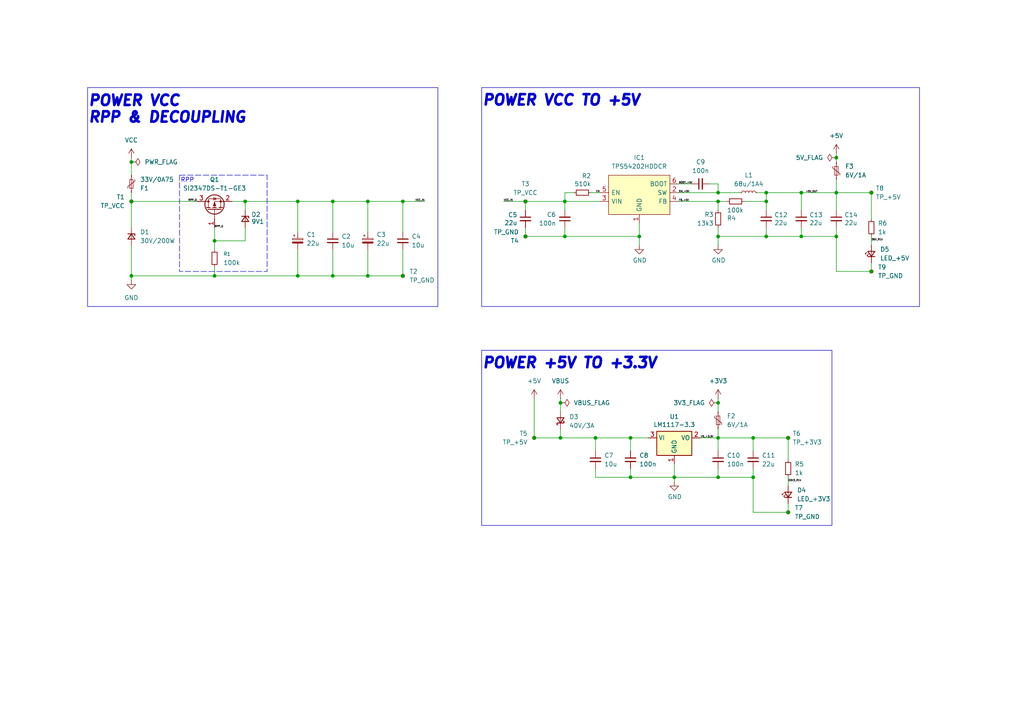
<source format=kicad_sch>
(kicad_sch (version 20250114) (generator "eeschema") (generator_version "9.0")
  (paper "A4")
  (title_block (company "Author: Grzegorz Potocki"))
  (lib_symbols
    (symbol "+5V_1" (power) (pin_numbers (hide yes)) (pin_names (offset 0) (hide yes))
      (property "Value" "+5V" (at 0 3.556 0))
      (symbol "+5V_1_0_1"
        (polyline (pts (xy -0.762 1.27) (xy 0 2.54)))
        (polyline (pts (xy 0 2.54) (xy 0.762 1.27)))
        (polyline (pts (xy 0 0) (xy 0 2.54)))
      )
      (symbol "+5V_1_1_1"
        (pin power_in line (at 0 0 90) (length 0) (name "~") (number "1"))
      )
    )
    (symbol "Connector:TestPoint_Small" (pin_numbers (hide yes)) (pin_names (offset 0.762) (hide yes))
      (property "Reference" "TP" (at 0 3.81 0))
      (property "Value" "TestPoint_Small" (at 0 2.032 0))
      (symbol "TestPoint_Small_0_1"
        (circle (center 0 0) (radius 0.508))
      )
      (symbol "TestPoint_Small_1_1"
        (pin passive line (at 0 0 90) (length 0) (name "1") (number "1"))
      )
    )
    (symbol "Device:C_Polarized_Small" (pin_numbers (hide yes)) (pin_names (offset 0.254) (hide yes))
      (property "Reference" "C" (at 0.254 1.778 0))
      (property "Value" "C_Polarized_Small" (at 0.254 -2.032 0))
      (symbol "C_Polarized_Small_0_1"
        (rectangle (start -1.524 0.6858) (end 1.524 0.3048))
        (rectangle (start -1.524 -0.3048) (end 1.524 -0.6858) (fill (type outline)))
        (polyline (pts (xy -1.27 1.524) (xy -0.762 1.524)))
        (polyline (pts (xy -1.016 1.27) (xy -1.016 1.778)))
      )
      (symbol "C_Polarized_Small_1_1"
        (pin passive line (at 0 2.54 270) (length 1.8542) (name "~") (number "1"))
        (pin passive line (at 0 -2.54 90) (length 1.8542) (name "~") (number "2"))
      )
    )
    (symbol "Device:C_Small" (pin_numbers (hide yes)) (pin_names (offset 0.254) (hide yes))
      (property "Reference" "C" (at 0.254 1.778 0))
      (property "Value" "C_Small" (at 0.254 -2.032 0))
      (symbol "C_Small_0_1"
        (polyline (pts (xy -1.524 0.508) (xy 1.524 0.508)) (stroke (width 0.3048)))
        (polyline (pts (xy -1.524 -0.508) (xy 1.524 -0.508)) (stroke (width 0.3302)))
      )
      (symbol "C_Small_1_1"
        (pin passive line (at 0 2.54 270) (length 2.032) (name "~") (number "1"))
        (pin passive line (at 0 -2.54 90) (length 2.032) (name "~") (number "2"))
      )
    )
    (symbol "Device:D_Schottky_Small" (pin_numbers (hide yes)) (pin_names (offset 0.254) (hide yes))
      (property "Reference" "D" (at -1.27 2.032 0))
      (property "Value" "D_Schottky_Small" (at -7.112 -2.032 0))
      (symbol "D_Schottky_Small_0_1"
        (polyline (pts (xy -1.27 0.762) (xy -1.27 1.016) (xy -0.762 1.016) (xy -0.762 -1.016) (xy -0.254 -1.016) (xy -0.254 -0.762)) (stroke (width 0.254)))
        (polyline (pts (xy -0.762 0) (xy 0.762 0)))
        (polyline (pts (xy 0.762 -1.016) (xy -0.762 0) (xy 0.762 1.016) (xy 0.762 -1.016)) (stroke (width 0.254)))
      )
      (symbol "D_Schottky_Small_1_1"
        (pin passive line (at -2.54 0 0) (length 1.778) (name "K") (number "1"))
        (pin passive line (at 2.54 0 180) (length 1.778) (name "A") (number "2"))
      )
    )
    (symbol "Device:D_Zener_Small" (pin_numbers (hide yes)) (pin_names (offset 0.254) (hide yes))
      (property "Reference" "D" (at 0 2.286 0))
      (property "Value" "D_Zener_Small" (at 0 -2.286 0))
      (symbol "D_Zener_Small_0_1"
        (polyline (pts (xy -0.254 1.016) (xy -0.762 1.016) (xy -0.762 -1.016)) (stroke (width 0.254)))
        (polyline (pts (xy 0.762 1.016) (xy -0.762 0) (xy 0.762 -1.016) (xy 0.762 1.016)) (stroke (width 0.254)))
        (polyline (pts (xy 0.762 0) (xy -0.762 0)))
      )
      (symbol "D_Zener_Small_1_1"
        (pin passive line (at -2.54 0 0) (length 1.778) (name "K") (number "1"))
        (pin passive line (at 2.54 0 180) (length 1.778) (name "A") (number "2"))
      )
    )
    (symbol "Device:LED_Small" (pin_numbers (hide yes)) (pin_names (offset 0.254) (hide yes))
      (property "Reference" "D" (at -1.27 3.175 0))
      (property "Value" "LED_Small" (at -4.445 -2.54 0))
      (symbol "LED_Small_0_1"
        (polyline (pts (xy -0.762 -1.016) (xy -0.762 1.016)) (stroke (width 0.254)))
        (polyline (pts (xy 0 0.762) (xy -0.508 1.27) (xy -0.254 1.27) (xy -0.508 1.27) (xy -0.508 1.016)))
        (polyline (pts (xy 0.508 1.27) (xy 0 1.778) (xy 0.254 1.778) (xy 0 1.778) (xy 0 1.524)))
        (polyline (pts (xy 0.762 -1.016) (xy -0.762 0) (xy 0.762 1.016) (xy 0.762 -1.016)) (stroke (width 0.254)))
        (polyline (pts (xy 1.016 0) (xy -0.762 0)))
      )
      (symbol "LED_Small_1_1"
        (pin passive line (at -2.54 0 0) (length 1.778) (name "K") (number "1"))
        (pin passive line (at 2.54 0 180) (length 1.778) (name "A") (number "2"))
      )
    )
    (symbol "Device:Polyfuse_Small" (pin_numbers (hide yes)) (pin_names (offset 0))
      (property "Reference" "F" (at -1.905 0 90))
      (property "Value" "Polyfuse_Small" (at 1.905 0 90))
      (symbol "Polyfuse_Small_0_1"
        (polyline (pts (xy -1.016 1.27) (xy -1.016 0.762) (xy 1.016 -0.762) (xy 1.016 -1.27)))
        (rectangle (start -0.508 1.27) (end 0.508 -1.27))
        (polyline (pts (xy 0 2.54) (xy 0 -2.54)))
      )
      (symbol "Polyfuse_Small_1_1"
        (pin passive line (at 0 2.54 270) (length 0.635) (name "~") (number "1"))
        (pin passive line (at 0 -2.54 90) (length 0.635) (name "~") (number "2"))
      )
    )
    (symbol "Device:R_Small" (pin_numbers (hide yes)) (pin_names (offset 0.254) (hide yes))
      (property "Reference" "R" (at 0 0 90))
      (property "Value" "R_Small" (at 1.778 0 90))
      (symbol "R_Small_0_1"
        (rectangle (start -0.762 1.778) (end 0.762 -1.778) (stroke (width 0.2032)))
      )
      (symbol "R_Small_1_1"
        (pin passive line (at 0 2.54 270) (length 0.762) (name "~") (number "1"))
        (pin passive line (at 0 -2.54 90) (length 0.762) (name "~") (number "2"))
      )
    )
    (symbol "R_Small_1" (pin_numbers (hide yes)) (pin_names (offset 0.254) (hide yes))
      (property "Reference" "R" (at 0 0 90))
      (property "Value" "R_Small" (at 1.778 0 90))
      (symbol "R_Small_1_0_1"
        (rectangle (start -0.762 1.778) (end 0.762 -1.778) (stroke (width 0.2032)))
      )
      (symbol "R_Small_1_1_1"
        (pin passive line (at 0 2.54 270) (length 0.762) (name "~") (number "1"))
        (pin passive line (at 0 -2.54 90) (length 0.762) (name "~") (number "2"))
      )
    )
    (symbol "Regulator_Linear:LM1117MP-3.3"
      (property "Reference" "U" (at -3.81 3.175 0))
      (property "Value" "LM1117MP-3.3" (at 0 3.175 0))
      (symbol "LM1117MP-3.3_0_1"
        (rectangle (start -5.08 -5.08) (end 5.08 1.905) (stroke (width 0.254)) (fill (type background)))
      )
      (symbol "LM1117MP-3.3_1_1"
        (pin power_in line (at -7.62 0 0) (length 2.54) (name "VI") (number "3"))
        (pin power_in line (at 0 -7.62 90) (length 2.54) (name "GND") (number "1"))
        (pin power_out line (at 7.62 0 180) (length 2.54) (name "VO") (number "2"))
      )
    )
    (symbol "SamacsysNew:TPS54202HDDCR" (pin_names (offset 0.762))
      (property "Reference" "IC" (at 24.13 7.62 0))
      (property "Value" "TPS54202HDDCR" (at 24.13 5.08 0))
      (symbol "TPS54202HDDCR_0_0"
        (pin passive line (at -13.97 0 0) (length 2.54) (name "EN") (number "5"))
        (pin passive line (at -13.97 -2.54 0) (length 2.54) (name "VIN") (number "3"))
        (pin passive line (at 8.89 2.54 180) (length 2.54) (name "BOOT") (number "6"))
        (pin passive line (at 8.89 0 180) (length 2.54) (name "SW") (number "2"))
        (pin passive line (at 8.89 -2.54 180) (length 2.54) (name "FB") (number "4"))
      )
      (symbol "TPS54202HDDCR_1_0"
        (pin passive line (at -2.54 -8.89 90) (length 2.54) (name "GND") (number "1"))
      )
      (symbol "TPS54202HDDCR_1_1"
        (polyline (pts (xy -11.43 5.08) (xy 6.35 5.08) (xy 6.35 -6.35) (xy -11.43 -6.35) (xy -11.43 5.08)) (stroke (width 0.1524)) (fill (type background)))
      )
    )
    (symbol "Samacsys_kicad_sym:SRR4028-271Y" (pin_numbers (hide yes)) (pin_names (offset 0) (hide yes))
      (property "Reference" "L" (at 0 5.08 0))
      (property "Value" "270uF" (at 0 2.54 0))
      (symbol "SRR4028-271Y_0_1"
        (arc (start -2.032 0) (mid -1.524 0.5058) (end -1.016 0))
        (arc (start -1.016 0) (mid -0.508 0.5058) (end 0 0))
        (arc (start 0 0) (mid 0.508 0.5058) (end 1.016 0))
        (arc (start 1.016 0) (mid 1.524 0.5058) (end 2.032 0))
      )
      (symbol "SRR4028-271Y_1_1"
        (pin passive line (at -2.54 0 0) (length 0.508) (name "~") (number "1"))
        (pin passive line (at 2.54 0 180) (length 0.508) (name "~") (number "2"))
      )
    )
    (symbol "Transistor_FET:Q_PMOS_GSD" (pin_names (offset 0) (hide yes))
      (property "Reference" "Q" (at 5.08 1.905 0))
      (property "Value" "Q_PMOS_GSD" (at 5.08 0 0))
      (symbol "Q_PMOS_GSD_0_1"
        (polyline (pts (xy 0.254 1.905) (xy 0.254 -1.905)) (stroke (width 0.254)))
        (polyline (pts (xy 0.254 0) (xy -2.54 0)))
        (polyline (pts (xy 0.762 2.286) (xy 0.762 1.27)) (stroke (width 0.254)))
        (polyline (pts (xy 0.762 1.778) (xy 3.302 1.778) (xy 3.302 -1.778) (xy 0.762 -1.778)))
        (polyline (pts (xy 0.762 0.508) (xy 0.762 -0.508)) (stroke (width 0.254)))
        (polyline (pts (xy 0.762 -1.27) (xy 0.762 -2.286)) (stroke (width 0.254)))
        (circle (center 1.651 0) (radius 2.794) (stroke (width 0.254)))
        (polyline (pts (xy 2.286 0) (xy 1.27 0.381) (xy 1.27 -0.381) (xy 2.286 0)) (fill (type outline)))
        (polyline (pts (xy 2.54 2.54) (xy 2.54 1.778)))
        (circle (center 2.54 1.778) (radius 0.254) (fill (type outline)))
        (circle (center 2.54 -1.778) (radius 0.254) (fill (type outline)))
        (polyline (pts (xy 2.54 -2.54) (xy 2.54 0) (xy 0.762 0)))
        (polyline (pts (xy 2.921 -0.381) (xy 3.683 -0.381)))
        (polyline (pts (xy 3.302 -0.381) (xy 2.921 0.254) (xy 3.683 0.254) (xy 3.302 -0.381)))
      )
      (symbol "Q_PMOS_GSD_1_1"
        (pin input line (at -5.08 0 0) (length 2.54) (name "G") (number "1"))
        (pin passive line (at 2.54 5.08 270) (length 2.54) (name "D") (number "3"))
        (pin passive line (at 2.54 -5.08 90) (length 2.54) (name "S") (number "2"))
      )
    )
    (symbol "power:+3V3" (power) (pin_numbers (hide yes)) (pin_names (offset 0) (hide yes))
      (property "Value" "+3V3" (at 0 3.556 0))
      (symbol "+3V3_0_1"
        (polyline (pts (xy -0.762 1.27) (xy 0 2.54)))
        (polyline (pts (xy 0 2.54) (xy 0.762 1.27)))
        (polyline (pts (xy 0 0) (xy 0 2.54)))
      )
      (symbol "+3V3_1_1"
        (pin power_in line (at 0 0 90) (length 0) (name "~") (number "1"))
      )
    )
    (symbol "power:GND" (power) (pin_numbers (hide yes)) (pin_names (offset 0) (hide yes))
      (property "Value" "GND" (at 0 -3.81 0))
      (symbol "GND_0_1"
        (polyline (pts (xy 0 0) (xy 0 -1.27) (xy 1.27 -1.27) (xy 0 -2.54) (xy -1.27 -1.27) (xy 0 -1.27)))
      )
      (symbol "GND_1_1"
        (pin power_in line (at 0 0 270) (length 0) (name "~") (number "1"))
      )
    )
    (symbol "power:PWR_FLAG" (power) (pin_numbers (hide yes)) (pin_names (offset 0) (hide yes))
      (property "Value" "PWR_FLAG" (at 0 3.81 0))
      (symbol "PWR_FLAG_0_0"
        (pin power_out line (at 0 0 90) (length 0) (name "~") (number "1"))
      )
      (symbol "PWR_FLAG_0_1"
        (polyline (pts (xy 0 0) (xy 0 1.27) (xy -1.016 1.905) (xy 0 2.54) (xy 1.016 1.905) (xy 0 1.27)))
      )
    )
    (symbol "power:VBUS" (power) (pin_numbers (hide yes)) (pin_names (offset 0) (hide yes))
      (property "Value" "VBUS" (at 0 3.556 0))
      (symbol "VBUS_0_1"
        (polyline (pts (xy -0.762 1.27) (xy 0 2.54)))
        (polyline (pts (xy 0 2.54) (xy 0.762 1.27)))
        (polyline (pts (xy 0 0) (xy 0 2.54)))
      )
      (symbol "VBUS_1_1"
        (pin power_in line (at 0 0 90) (length 0) (name "~") (number "1"))
      )
    )
    (symbol "power:VCC" (power) (pin_numbers (hide yes)) (pin_names (offset 0) (hide yes))
      (property "Value" "VCC" (at 0 3.556 0))
      (symbol "VCC_0_1"
        (polyline (pts (xy -0.762 1.27) (xy 0 2.54)))
        (polyline (pts (xy 0 2.54) (xy 0.762 1.27)))
        (polyline (pts (xy 0 0) (xy 0 2.54)))
      )
      (symbol "VCC_1_1"
        (pin power_in line (at 0 0 90) (length 0) (name "~") (number "1"))
      )
    )
  )
  (rectangle (start 52.07 50.8) (end 77.47 78.74) (stroke (width 0) (type dash)))
  (rectangle (start 25.4 25.4) (end 127 88.9))
  (rectangle (start 139.7 101.6) (end 241.3 152.4))
  (rectangle (start 139.7 25.4) (end 266.7 88.9))
  (text "POWER VCC TO +5V" (at 139.7 29.21 0) (effects (font (size 3 3) (thickness 2) (bold yes) (italic yes)) (justify left)))
  (text "RPP" (at 54.356 52.324 0) (effects (font (size 1.27 1.27))))
  (text "POWER VCC\nRPP & DECOUPLING" (at 25.4 31.75 0) (effects (font (size 3 3) (thickness 2) (bold yes) (italic yes)) (justify left)))
  (text "POWER +5V TO +3.3V" (at 139.7 105.41 0) (effects (font (size 3 3) (thickness 2) (bold yes) (italic yes)) (justify left)))
  (junction (at 185.42 68.58))
  (junction (at 222.25 55.88))
  (junction (at 218.44 127))
  (junction (at 242.57 68.58))
  (junction (at 154.94 127))
  (junction (at 162.56 127))
  (junction (at 208.28 68.58))
  (junction (at 38.1 80.01))
  (junction (at 86.36 58.42))
  (junction (at 38.1 46.99))
  (junction (at 242.57 45.72))
  (junction (at 228.6 148.59))
  (junction (at 232.41 68.58))
  (junction (at 163.83 58.42))
  (junction (at 172.72 127))
  (junction (at 208.28 58.42))
  (junction (at 242.57 55.88))
  (junction (at 106.68 58.42))
  (junction (at 232.41 55.88))
  (junction (at 152.4 68.58))
  (junction (at 182.88 138.43))
  (junction (at 228.6 127))
  (junction (at 208.28 116.84))
  (junction (at 96.52 58.42))
  (junction (at 71.12 58.42))
  (junction (at 252.73 55.88))
  (junction (at 38.1 58.42))
  (junction (at 208.28 127))
  (junction (at 208.28 55.88))
  (junction (at 116.84 58.42))
  (junction (at 62.23 69.85))
  (junction (at 222.25 58.42))
  (junction (at 162.56 116.84))
  (junction (at 252.73 78.74))
  (junction (at 152.4 58.42))
  (junction (at 182.88 127))
  (junction (at 62.23 80.01))
  (junction (at 218.44 138.43))
  (junction (at 222.25 68.58))
  (junction (at 163.83 68.58))
  (junction (at 195.58 138.43))
  (junction (at 116.84 80.01))
  (junction (at 86.36 80.01))
  (junction (at 106.68 80.01))
  (junction (at 208.28 138.43))
  (junction (at 96.52 80.01))
  (wire (pts (xy 242.57 66.04) (xy 242.57 68.58)))
  (wire (pts (xy 163.83 58.42) (xy 163.83 60.96)))
  (wire (pts (xy 185.42 64.77) (xy 185.42 68.58)))
  (wire (pts (xy 162.56 124.46) (xy 162.56 127)))
  (wire (pts (xy 228.6 138.43) (xy 228.6 140.97)))
  (wire (pts (xy 182.88 127) (xy 182.88 130.81)))
  (wire (pts (xy 106.68 58.42) (xy 106.68 67.31)))
  (wire (pts (xy 208.28 138.43) (xy 218.44 138.43)))
  (wire (pts (xy 205.74 53.34) (xy 208.28 53.34)))
  (wire (pts (xy 252.73 76.2) (xy 252.73 78.74)))
  (wire (pts (xy 242.57 55.88) (xy 242.57 52.07)))
  (wire (pts (xy 67.31 58.42) (xy 71.12 58.42)))
  (wire (pts (xy 86.36 58.42) (xy 86.36 67.31)))
  (wire (pts (xy 154.94 127) (xy 162.56 127)))
  (wire (pts (xy 172.72 135.89) (xy 172.72 138.43)))
  (wire (pts (xy 182.88 138.43) (xy 195.58 138.43)))
  (wire (pts (xy 62.23 66.04) (xy 62.23 69.85)))
  (wire (pts (xy 218.44 135.89) (xy 218.44 138.43)))
  (wire (pts (xy 38.1 71.12) (xy 38.1 80.01)))
  (wire (pts (xy 106.68 72.39) (xy 106.68 80.01)))
  (wire (pts (xy 242.57 68.58) (xy 242.57 78.74)))
  (wire (pts (xy 252.73 68.58) (xy 252.73 71.12)))
  (wire (pts (xy 218.44 127) (xy 228.6 127)))
  (wire (pts (xy 215.9 58.42) (xy 222.25 58.42)))
  (wire (pts (xy 195.58 138.43) (xy 208.28 138.43)))
  (wire (pts (xy 71.12 58.42) (xy 86.36 58.42)))
  (wire (pts (xy 38.1 80.01) (xy 62.23 80.01)))
  (wire (pts (xy 71.12 60.96) (xy 71.12 58.42)))
  (wire (pts (xy 162.56 115.57) (xy 162.56 116.84)))
  (wire (pts (xy 182.88 135.89) (xy 182.88 138.43)))
  (wire (pts (xy 232.41 66.04) (xy 232.41 68.58)))
  (wire (pts (xy 218.44 138.43) (xy 218.44 148.59)))
  (wire (pts (xy 152.4 58.42) (xy 152.4 60.96)))
  (wire (pts (xy 172.72 138.43) (xy 182.88 138.43)))
  (wire (pts (xy 166.37 55.88) (xy 163.83 55.88)))
  (wire (pts (xy 242.57 55.88) (xy 242.57 60.96)))
  (wire (pts (xy 163.83 55.88) (xy 163.83 58.42)))
  (wire (pts (xy 252.73 55.88) (xy 252.73 63.5)))
  (wire (pts (xy 163.83 68.58) (xy 163.83 66.04)))
  (wire (pts (xy 162.56 127) (xy 172.72 127)))
  (wire (pts (xy 208.28 116.84) (xy 208.28 119.38)))
  (wire (pts (xy 208.28 55.88) (xy 214.63 55.88)))
  (wire (pts (xy 71.12 66.04) (xy 71.12 69.85)))
  (wire (pts (xy 96.52 72.39) (xy 96.52 80.01)))
  (wire (pts (xy 232.41 55.88) (xy 232.41 60.96)))
  (wire (pts (xy 208.28 127) (xy 218.44 127)))
  (wire (pts (xy 152.4 68.58) (xy 163.83 68.58)))
  (wire (pts (xy 208.28 124.46) (xy 208.28 127)))
  (wire (pts (xy 208.28 68.58) (xy 208.28 71.12)))
  (wire (pts (xy 62.23 80.01) (xy 86.36 80.01)))
  (wire (pts (xy 106.68 80.01) (xy 116.84 80.01)))
  (wire (pts (xy 242.57 55.88) (xy 232.41 55.88)))
  (wire (pts (xy 208.28 68.58) (xy 208.28 66.04)))
  (wire (pts (xy 146.05 58.42) (xy 152.4 58.42)))
  (wire (pts (xy 116.84 58.42) (xy 123.19 58.42)))
  (wire (pts (xy 86.36 80.01) (xy 96.52 80.01)))
  (wire (pts (xy 222.25 66.04) (xy 222.25 68.58)))
  (wire (pts (xy 62.23 80.01) (xy 62.23 77.47)))
  (wire (pts (xy 242.57 78.74) (xy 252.73 78.74)))
  (wire (pts (xy 171.45 55.88) (xy 173.99 55.88)))
  (wire (pts (xy 116.84 80.01) (xy 116.84 72.39)))
  (wire (pts (xy 86.36 72.39) (xy 86.36 80.01)))
  (wire (pts (xy 218.44 127) (xy 218.44 130.81)))
  (wire (pts (xy 208.28 135.89) (xy 208.28 138.43)))
  (wire (pts (xy 38.1 81.28) (xy 38.1 80.01)))
  (wire (pts (xy 252.73 55.88) (xy 242.57 55.88)))
  (wire (pts (xy 228.6 146.05) (xy 228.6 148.59)))
  (wire (pts (xy 182.88 127) (xy 187.96 127)))
  (wire (pts (xy 222.25 68.58) (xy 208.28 68.58)))
  (wire (pts (xy 106.68 58.42) (xy 116.84 58.42)))
  (wire (pts (xy 210.82 58.42) (xy 208.28 58.42)))
  (wire (pts (xy 152.4 66.04) (xy 152.4 68.58)))
  (wire (pts (xy 38.1 58.42) (xy 38.1 66.04)))
  (wire (pts (xy 196.85 55.88) (xy 208.28 55.88)))
  (wire (pts (xy 62.23 69.85) (xy 71.12 69.85)))
  (wire (pts (xy 242.57 68.58) (xy 232.41 68.58)))
  (wire (pts (xy 232.41 55.88) (xy 222.25 55.88)))
  (wire (pts (xy 96.52 58.42) (xy 106.68 58.42)))
  (wire (pts (xy 196.85 58.42) (xy 208.28 58.42)))
  (wire (pts (xy 196.85 53.34) (xy 200.66 53.34)))
  (wire (pts (xy 222.25 58.42) (xy 222.25 60.96)))
  (wire (pts (xy 86.36 58.42) (xy 96.52 58.42)))
  (wire (pts (xy 163.83 58.42) (xy 173.99 58.42)))
  (wire (pts (xy 195.58 134.62) (xy 195.58 138.43)))
  (wire (pts (xy 185.42 68.58) (xy 163.83 68.58)))
  (wire (pts (xy 62.23 69.85) (xy 62.23 72.39)))
  (wire (pts (xy 185.42 68.58) (xy 185.42 71.12)))
  (wire (pts (xy 172.72 127) (xy 172.72 130.81)))
  (wire (pts (xy 163.83 58.42) (xy 152.4 58.42)))
  (wire (pts (xy 203.2 127) (xy 208.28 127)))
  (wire (pts (xy 96.52 58.42) (xy 96.52 67.31)))
  (wire (pts (xy 208.28 115.57) (xy 208.28 116.84)))
  (wire (pts (xy 228.6 127) (xy 228.6 133.35)))
  (wire (pts (xy 232.41 68.58) (xy 222.25 68.58)))
  (wire (pts (xy 222.25 55.88) (xy 222.25 58.42)))
  (wire (pts (xy 38.1 46.99) (xy 38.1 50.8)))
  (wire (pts (xy 242.57 45.72) (xy 242.57 44.45)))
  (wire (pts (xy 208.28 58.42) (xy 208.28 60.96)))
  (wire (pts (xy 154.94 115.57) (xy 154.94 127)))
  (wire (pts (xy 38.1 55.88) (xy 38.1 58.42)))
  (wire (pts (xy 208.28 55.88) (xy 208.28 53.34)))
  (wire (pts (xy 38.1 45.72) (xy 38.1 46.99)))
  (wire (pts (xy 96.52 80.01) (xy 106.68 80.01)))
  (wire (pts (xy 222.25 55.88) (xy 219.71 55.88)))
  (wire (pts (xy 172.72 127) (xy 182.88 127)))
  (wire (pts (xy 162.56 116.84) (xy 162.56 119.38)))
  (wire (pts (xy 208.28 127) (xy 208.28 130.81)))
  (wire (pts (xy 195.58 138.43) (xy 195.58 139.7)))
  (wire (pts (xy 242.57 46.99) (xy 242.57 45.72)))
  (wire (pts (xy 116.84 58.42) (xy 116.84 67.31)))
  (wire (pts (xy 218.44 148.59) (xy 228.6 148.59)))
  (wire (pts (xy 38.1 58.42) (xy 57.15 58.42)))
  (label "FB_+5V" (at 196.85 58.42 0) (effects (font (size 0.508 0.508))))
  (label "VCC_IN" (at 146.05 58.42 0) (effects (font (size 0.508 0.508))))
  (label "VCC_IN" (at 123.19 58.42 180) (effects (font (size 0.508 0.508))))
  (label "RPP_D" (at 57.15 58.42 180) (effects (font (size 0.508 0.508))))
  (label "SW_+5V" (at 196.85 55.88 0) (effects (font (size 0.508 0.508))))
  (label "D3V3_R1k" (at 228.6 139.7 0) (effects (font (size 0.508 0.508))))
  (label "+5V_OUT" (at 233.68 55.88 0) (effects (font (size 0.5 0.5))))
  (label "VO_+3.3V" (at 203.2 127 0) (effects (font (size 0.508 0.508))))
  (label "D5V_R1k" (at 252.73 69.85 0) (effects (font (size 0.508 0.508))))
  (label "RPP_G" (at 62.23 66.04 0) (effects (font (size 0.508 0.508))))
  (label "EN" (at 173.99 55.88 180) (effects (font (size 0.508 0.508))))
  (label "BOOT_+5V" (at 196.85 53.34 0) (effects (font (size 0.508 0.508))))
  (symbol (lib_id "Device:C_Small") (at 96.52 69.85 0) (unit 1)
    (property "Reference" "C2" (at 99.06 68.5862 0) (effects (justify left)))
    (property "Value" "10u" (at 99.06 71.1262 0) (effects (justify left)))
    (property "Footprint" "Capacitor_SMD:C_0603_1608Metric_Pad1.08x0.95mm_HandSolder" (effects (hide yes)))
    (property "Datasheet" "https://search.murata.co.jp/Ceramy/image/img/A01X/G101/ENG/GRM188R6YA106MA73-01A.pdf" (effects (hide yes)))
    (property "Description" "Unpolarized capacitor, small symbol" (effects (hide yes)))
    (property "Mouser Price/Stock" "https://www.mouser.pl/ProductDetail/Murata-Electronics/GRM188R6YA106MA73J?qs=5aG0NVq1C4xLSwNPdfnaYg%3D%3D" (effects (hide yes)))
    (property "Mouser Part Number" "81-GRM188R6YA106MA3J" (effects (hide yes)))
  )
  (symbol (lib_id "Device:C_Polarized_Small") (at 106.68 69.85 0) (unit 1)
    (property "Reference" "C3" (at 109.22 68.0338 0) (effects (justify left)))
    (property "Value" "22u" (at 109.22 70.5738 0) (effects (justify left)))
    (property "Footprint" "Capacitor_SMD:CP_Elec_4x5.8" (effects (hide yes)))
    (property "Datasheet" "https://www.mouser.pl/datasheet/2/293/e_ucm-2399683.pdf" (effects (hide yes)))
    (property "Description" "Polarized capacitor, small symbol" (effects (hide yes)))
    (property "Mouser Price/Stock" "https://www.mouser.pl/ProductDetail/Nichicon/UCM1V220MCL1GS?qs=DSgADHjnLTmugNSFk50cwA%3D%3D" (effects (hide yes)))
    (property "Mouser Part Number" "647-UCM1V220MCL1GS" (effects (hide yes)))
  )
  (symbol (lib_id "Device:C_Small") (at 203.2 53.34 90) (unit 1)
    (property "Reference" "C9" (at 203.2063 46.99 90))
    (property "Value" "100n" (at 203.2063 49.53 90))
    (property "Footprint" "Capacitor_SMD:C_0603_1608Metric_Pad1.08x0.95mm_HandSolder" (effects (hide yes)))
    (property "Datasheet" "https://search.murata.co.jp/Ceramy/image/img/A01X/G101/ENG/GRM033R6YA104ME14-01A.pdf" (effects (hide yes)))
    (property "Description" "Unpolarized capacitor, small symbol" (effects (hide yes)))
    (property "Mouser Price/Stock" "https://www.mouser.pl/ProductDetail/Murata-Electronics/GRM033R6YA104ME14D?qs=P%2FC4Eoq9CDwjSVlAMBrT%252Bw%3D%3D" (effects (hide yes)))
    (property "Mouser Part Number" "GRM033R6YA104ME14D" (effects (hide yes)))
  )
  (symbol (lib_id "power:PWR_FLAG") (at 208.28 116.84 90) (mirror x) (unit 1)
    (property "Reference" "#FLG03" (effects (hide yes)))
    (property "Value" "3V3_FLAG" (at 204.47 116.8399 90) (effects (justify left)))
    (property "Description" "Special symbol for telling ERC where power comes from" (effects (hide yes)))
  )
  (symbol (lib_id "Connector:TestPoint_Small") (at 152.4 68.58 180) (unit 1)
    (property "Reference" "T4" (at 150.495 69.8501 0) (effects (justify left)))
    (property "Value" "TP_GND" (at 150.495 67.3101 0) (effects (justify left)))
    (property "Footprint" "TestPoint:TestPoint_Pad_1.0x1.0mm" (effects (hide yes)))
    (property "Description" "test point" (effects (hide yes)))
  )
  (symbol (lib_id "Connector:TestPoint_Small") (at 228.6 127 0) (unit 1)
    (property "Reference" "T6" (at 229.87 125.7299 0) (effects (justify left)))
    (property "Value" "TP_+3V3" (at 229.87 128.2699 0) (effects (justify left)))
    (property "Footprint" "TestPoint:TestPoint_Pad_1.0x1.0mm" (effects (hide yes)))
    (property "Description" "test point" (effects (hide yes)))
  )
  (symbol (lib_id "Device:LED_Small") (at 252.73 73.66 90) (unit 1)
    (property "Reference" "D5" (at 255.27 72.3264 90) (effects (justify right)))
    (property "Value" "LED_+5V" (at 255.27 74.8664 90) (effects (justify right)))
    (property "Footprint" "LED_SMD:LED_0603_1608Metric_Pad1.05x0.95mm_HandSolder" (effects (hide yes)))
    (property "Description" "Light emitting diode, small symbol" (effects (hide yes)))
    (property "Sim.Pin" "1=K 2=A" (effects (hide yes)))
  )
  (symbol (lib_id "Device:C_Small") (at 152.4 63.5 0) (mirror y) (unit 1)
    (property "Reference" "C5" (at 150.0632 62.3316 0) (effects (justify left)))
    (property "Value" "22u" (at 150.0632 64.643 0) (effects (justify left)))
    (property "Footprint" "Capacitor_SMD:C_0603_1608Metric_Pad1.08x0.95mm_HandSolder" (effects (hide yes)))
    (property "Datasheet" "https://product.tdk.com/system/files/dam/doc/product/capacitor/ceramic/mlcc/catalog/mlcc_commercial_general_en.pdf" (effects (hide yes)))
    (property "Manufacturer_Name" "MCASH21GCC7684MTCA1J" (effects (hide yes)))
    (property "Manufacturer_Part_Number" "CL21A107MQYNNWE" (effects (hide yes)))
    (property "Mouser Part Number" "810-C2012X5R1V226MAC" (effects (hide yes)))
    (property "Mouser Price/Stock" "https://www.mouser.pl/ProductDetail/TDK/C2012X5R1V226M125AC?qs=6JAMGB%252BEdkyUk0d2Mu2IrQ%3D%3D" (effects (hide yes)))
  )
  (symbol (lib_id "power:PWR_FLAG") (at 162.56 116.84 270) (unit 1)
    (property "Reference" "#FLG02" (effects (hide yes)))
    (property "Value" "VBUS_FLAG" (at 166.37 116.8399 90) (effects (justify left)))
    (property "Description" "Special symbol for telling ERC where power comes from" (effects (hide yes)))
  )
  (symbol (lib_id "Device:D_Zener_Small") (at 71.12 63.5 270) (unit 1)
    (property "Reference" "D2" (at 72.898 62.23 90) (effects (justify left)))
    (property "Value" "9V1" (at 72.898 64.262 90) (effects (justify left)))
    (property "Footprint" "Diode_SMD:D_SOD-323_HandSoldering" (effects (hide yes)))
    (property "Datasheet" "https://eu.mouser.com/datasheet/2/258/MMXZ5223B_MMXZ5259B_SOD_323_-3365927.pdf" (effects (hide yes)))
    (property "Description" "Zener diode 9.1V" (effects (hide yes)))
    (property "Mouser Price/Stock" "https://eu.mouser.com/ProductDetail/Micro-Commercial-Components-MCC/MMXZ5239B-TP?qs=ZNK0BnemlqF4shEFWztjGQ%3D%3D" (effects (hide yes)))
    (property "Mouser Part Number" "833-MMXZ5239B-TP" (effects (hide yes)))
  )
  (symbol (lib_id "Connector:TestPoint_Small") (at 252.73 55.88 0) (unit 1)
    (property "Reference" "T8" (at 254 54.6099 0) (effects (justify left)))
    (property "Value" "TP_+5V" (at 254 57.1499 0) (effects (justify left)))
    (property "Footprint" "TestPoint:TestPoint_Pad_1.0x1.0mm" (effects (hide yes)))
    (property "Description" "test point" (effects (hide yes)))
  )
  (symbol (lib_id "Device:LED_Small") (at 228.6 143.51 90) (unit 1)
    (property "Reference" "D4" (at 231.14 142.1764 90) (effects (justify right)))
    (property "Value" "LED_+3V3" (at 231.14 144.7164 90) (effects (justify right)))
    (property "Footprint" "LED_SMD:LED_0603_1608Metric_Pad1.05x0.95mm_HandSolder" (effects (hide yes)))
    (property "Description" "Light emitting diode, small symbol" (effects (hide yes)))
    (property "Sim.Pin" "1=K 2=A" (effects (hide yes)))
  )
  (symbol (lib_id "power:GND") (at 38.1 81.28 0) (unit 1)
    (property "Reference" "#PWR02" (effects (hide yes)))
    (property "Value" "GND" (at 38.1 86.36 0))
    (property "Description" "Power symbol creates a global label with name \"GND\" , ground" (effects (hide yes)))
  )
  (symbol (lib_id "Transistor_FET:Q_PMOS_GSD") (at 62.23 60.96 90) (unit 1)
    (property "Reference" "Q1" (at 62.23 52.07 90))
    (property "Value" "SI2347DS-T1-GE3" (at 62.23 54.61 90))
    (property "Footprint" "Package_TO_SOT_SMD:SOT-23-3" (effects (hide yes)))
    (property "Datasheet" "https://www.vishay.com/docs/62827/si2347ds.pdf" (effects (hide yes)))
    (property "Description" "P-MOSFET transistor, gate/source/drain" (effects (hide yes)))
    (property "Mouser Price/Stock" "https://www.mouser.pl/ProductDetail/Vishay-Semiconductors/SI2347DS-T1-GE3?qs=wnm%2FPMJNddFQv4lfacOrcA%3D%3D" (effects (hide yes)))
    (property "Mouser Part Number" "78-SI2347DS-T1-GE3" (effects (hide yes)))
  )
  (symbol (lib_id "Device:C_Small") (at 172.72 133.35 0) (unit 1)
    (property "Reference" "C7" (at 175.26 132.0862 0) (effects (justify left)))
    (property "Value" "10u" (at 175.26 134.6262 0) (effects (justify left)))
    (property "Footprint" "Capacitor_SMD:C_0603_1608Metric_Pad1.08x0.95mm_HandSolder" (effects (hide yes)))
    (property "Datasheet" "https://search.murata.co.jp/Ceramy/image/img/A01X/G101/ENG/GRM188R6YA106MA73-01A.pdf" (effects (hide yes)))
    (property "Description" "Unpolarized capacitor, small symbol" (effects (hide yes)))
    (property "Mouser Price/Stock" "https://www.mouser.pl/ProductDetail/Murata-Electronics/GRM188R6YA106MA73J?qs=5aG0NVq1C4xLSwNPdfnaYg%3D%3D" (effects (hide yes)))
    (property "Mouser Part Number" "81-GRM188R6YA106MA3J" (effects (hide yes)))
  )
  (symbol (lib_name "R_Small_1") (lib_id "Device:R_Small") (at 62.23 74.93 180) (unit 1)
    (property "Reference" "R1" (at 64.77 73.6599 0) (effects (font (size 1.016 1.016)) (justify right)))
    (property "Value" "100k" (at 64.77 76.1999 0) (effects (justify right)))
    (property "Footprint" "Resistor_SMD:R_0603_1608Metric_Pad0.98x0.95mm_HandSolder" (effects (hide yes)))
    (property "Datasheet" "https://www.koaspeer.com/pdfs/RK73B.pdf" (effects (hide yes)))
    (property "Description" "Resistor, small symbol" (effects (hide yes)))
    (property "Mouser Part Number" "603-RT0603DRE07100KL" (effects (hide yes)))
    (property "Mouser Price/Stock" "https://www.mouser.pl/ProductDetail/KOA-Speer/RK73B1JTTD104J?qs=sGAEpiMZZMvdGkrng054t2HaaJFon%252B0pQ1vDU7rpyKc%3D" (effects (hide yes)))
  )
  (symbol (lib_id "Device:R_Small") (at 208.28 63.5 180) (unit 1)
    (property "Reference" "R3" (at 207.01 62.23 0) (effects (justify left)))
    (property "Value" "13k3" (at 207.01 64.77 0) (effects (justify left)))
    (property "Footprint" "Resistor_SMD:R_0603_1608Metric_Pad0.98x0.95mm_HandSolder" (effects (hide yes)))
    (property "Datasheet" "https://www.mouser.pl/datasheet/2/447/PYu_RT_1_to_0_01_RoHS_L_12-3003070.pdf" (effects (hide yes)))
    (property "Manufacturer_Name" "--" (effects (hide yes)))
    (property "Manufacturer_Part_Number" "RT0603DRE0713K3L" (effects (hide yes)))
    (property "Mouser Part Number" "603-RT0603DRE0713K3L" (effects (hide yes)))
    (property "Mouser Price/Stock" "https://www.mouser.pl/ProductDetail/YAGEO/RT0603DRE0713K3L?qs=sGAEpiMZZMvdGkrng054t%252BSYh%252B1gqt95FxZ2mt2m9JM%3D" (effects (hide yes)))
  )
  (symbol (lib_id "Device:Polyfuse_Small") (at 242.57 49.53 0) (unit 1)
    (property "Reference" "F3" (at 245.11 48.2599 0) (effects (justify left)))
    (property "Value" "6V/1A" (at 245.11 50.7999 0) (effects (justify left)))
    (property "Footprint" "Fuse:Fuse_0805_2012Metric_Pad1.15x1.40mm_HandSolder" (effects (hide yes)))
    (property "Datasheet" "https://www.littelfuse.com/assetdocs/littelfuse-ptc-picosmdc-datasheet?assetguid=75cc9398-26da-415c-9144-183900e29204" (effects (hide yes)))
    (property "Description" "Resettable fuse, polymeric positive temperature coefficient, small symbol" (effects (hide yes)))
    (property "Mouser Price/Stock" "https://www.mouser.pl/ProductDetail/Littelfuse/PICOSMDC050S-2?qs=n8sQ3Nk5nkYQnaUyh%252BMvcA%3D%3D" (effects (hide yes)))
    (property "Mouser Part Number" "650-PICOSMDC050S-2" (effects (hide yes)))
  )
  (symbol (lib_id "Device:C_Small") (at 182.88 133.35 0) (unit 1)
    (property "Reference" "C8" (at 185.42 132.0862 0) (effects (justify left)))
    (property "Value" "100n" (at 185.42 134.6262 0) (effects (justify left)))
    (property "Footprint" "Capacitor_SMD:C_0603_1608Metric_Pad1.08x0.95mm_HandSolder" (effects (hide yes)))
    (property "Datasheet" "https://search.murata.co.jp/Ceramy/image/img/A01X/G101/ENG/GRM033R6YA104ME14-01A.pdf" (effects (hide yes)))
    (property "Description" "Unpolarized capacitor, small symbol" (effects (hide yes)))
    (property "Mouser Price/Stock" "https://www.mouser.pl/ProductDetail/Murata-Electronics/GRM033R6YA104ME14D?qs=P%2FC4Eoq9CDwjSVlAMBrT%252Bw%3D%3D" (effects (hide yes)))
    (property "Mouser Part Number" "GRM033R6YA104ME14D" (effects (hide yes)))
  )
  (symbol (lib_id "power:GND") (at 185.42 71.12 0) (unit 1)
    (property "Reference" "#PWR05" (effects (hide yes)))
    (property "Value" "GND" (at 185.547 75.5142 0))
  )
  (symbol (lib_id "Device:C_Small") (at 208.28 133.35 0) (unit 1)
    (property "Reference" "C10" (at 210.82 132.0862 0) (effects (justify left)))
    (property "Value" "100n" (at 210.82 134.6262 0) (effects (justify left)))
    (property "Footprint" "Capacitor_SMD:C_0603_1608Metric_Pad1.08x0.95mm_HandSolder" (effects (hide yes)))
    (property "Datasheet" "https://search.murata.co.jp/Ceramy/image/img/A01X/G101/ENG/GRM033R6YA104ME14-01A.pdf" (effects (hide yes)))
    (property "Description" "Unpolarized capacitor, small symbol" (effects (hide yes)))
    (property "Mouser Price/Stock" "https://www.mouser.pl/ProductDetail/Murata-Electronics/GRM033R6YA104ME14D?qs=P%2FC4Eoq9CDwjSVlAMBrT%252Bw%3D%3D" (effects (hide yes)))
    (property "Mouser Part Number" "GRM033R6YA104ME14D" (effects (hide yes)))
  )
  (symbol (lib_id "power:GND") (at 195.58 139.7 0) (unit 1)
    (property "Reference" "#PWR06" (effects (hide yes)))
    (property "Value" "GND" (at 195.707 144.0942 0))
  )
  (symbol (lib_id "Samacsys_kicad_sym:SRR4028-271Y") (at 217.17 55.88 0) (unit 1)
    (property "Reference" "L1" (at 217.17 50.8 0))
    (property "Value" "68u/1A4" (at 217.17 53.34 0))
    (property "Footprint" "Inductor_SMD:L_TDK_VLS6045EX_VLS6045AF" (effects (hide yes)))
    (property "Datasheet" "https://product.tdk.com/system/files/dam/doc/product/inductor/inductor/smd/catalog/inductor_commercial_power_vls6045ex_en.pdf" (effects (hide yes)))
    (property "Description" "Power Inductors - SMD 68uH 20% 0.31mohms 1A 6x6x4.5mm" (effects (hide yes)))
    (property "Height" "4.5mm" (effects (hide yes)))
    (property "Mouser Part Number" "810-VLS6045EX-680M" (effects (hide yes)))
    (property "Mouser Price/Stock" "https://www.mouser.pl/ProductDetail/TDK/VLS6045EX-680M?qs=oF%2FSscNnLpBLjomrKRgHaA%3D%3D" (effects (hide yes)))
    (property "Manufacturer_Name" "TDK" (effects (hide yes)))
    (property "Manufacturer_Part_Number" " VLS6045EX-680M" (effects (hide yes)))
  )
  (symbol (lib_id "power:PWR_FLAG") (at 242.57 45.72 90) (unit 1)
    (property "Reference" "#FLG04" (effects (hide yes)))
    (property "Value" "5V_FLAG" (at 238.76 45.7199 90) (effects (justify left)))
    (property "Description" "Special symbol for telling ERC where power comes from" (effects (hide yes)))
  )
  (symbol (lib_id "power:VCC") (at 38.1 45.72 0) (unit 1)
    (property "Reference" "#PWR01" (effects (hide yes)))
    (property "Value" "VCC" (at 38.1 40.64 0))
    (property "Description" "Power symbol creates a global label with name \"VCC\"" (effects (hide yes)))
  )
  (symbol (lib_id "Connector:TestPoint_Small") (at 116.84 80.01 0) (unit 1)
    (property "Reference" "T2" (at 118.745 78.7399 0) (effects (justify left)))
    (property "Value" "TP_GND" (at 118.745 81.2799 0) (effects (justify left)))
    (property "Footprint" "TestPoint:TestPoint_Pad_1.0x1.0mm" (effects (hide yes)))
    (property "Description" "test point" (effects (hide yes)))
  )
  (symbol (lib_id "Device:R_Small") (at 252.73 66.04 0) (unit 1)
    (property "Reference" "R6" (at 254.635 64.7699 0) (effects (justify left)))
    (property "Value" "1k" (at 254.635 67.3099 0) (effects (justify left)))
    (property "Footprint" "Resistor_SMD:R_0603_1608Metric_Pad0.98x0.95mm_HandSolder" (effects (hide yes)))
    (property "Datasheet" "https://www.vishay.com/docs/20035/dcrcwe3.pdf" (effects (hide yes)))
    (property "Description" "Resistor, small symbol" (effects (hide yes)))
    (property "Mouser Price/Stock" "https://www.mouser.pl/ProductDetail/Vishay-Dale/CRCW06031K00FKED?qs=sGAEpiMZZMtlubZbdhIBIKbhzOdzan%2FGTch9K0lp5pQ%3D" (effects (hide yes)))
    (property "Mouser Part Number" "71-CRCW06031K00FKED" (effects (hide yes)))
  )
  (symbol (lib_id "power:+3V3") (at 208.28 115.57 0) (unit 1)
    (property "Reference" "#PWR08" (effects (hide yes)))
    (property "Value" "+3V3" (at 208.28 110.49 0))
    (property "Description" "Power symbol creates a global label with name \"+3V3\"" (effects (hide yes)))
  )
  (symbol (lib_id "power:VBUS") (at 162.56 115.57 0) (mirror y) (unit 1)
    (property "Reference" "#PWR04" (effects (hide yes)))
    (property "Value" "VBUS" (at 162.56 110.49 0))
    (property "Description" "Power symbol creates a global label with name \"VBUS\"" (effects (hide yes)))
  )
  (symbol (lib_id "Regulator_Linear:LM1117MP-3.3") (at 195.58 127 0) (unit 1)
    (property "Reference" "U1" (at 195.58 120.8532 0))
    (property "Value" "LM1117-3.3" (at 195.58 123.1646 0))
    (property "Footprint" "Package_TO_SOT_SMD:SOT-223-3_TabPin2" (effects (hide yes)))
    (property "Datasheet" "http://www.ti.com/lit/ds/symlink/lm1117.pdf" (effects (hide yes)))
    (property "Mouser Price/Stock" "https://www.mouser.pl/ProductDetail/Texas-Instruments/LM1117MPX-3.3-NOPB?qs=X1J7HmVL2ZHRbBIxXi4utg%3D%3D" (effects (hide yes)))
    (property "Mouser Part Number" "926-LM1117MPX3.3NOPB" (effects (hide yes)))
  )
  (symbol (lib_name "+5V_1") (lib_id "power:+5V") (at 242.57 44.45 0) (unit 1)
    (property "Reference" "#PWR09" (effects (hide yes)))
    (property "Value" "+5V" (at 242.57 39.37 0))
    (property "Description" "Power symbol creates a global label with name \"+5V\"" (effects (hide yes)))
  )
  (symbol (lib_id "Device:D_Schottky_Small") (at 162.56 121.92 90) (unit 1)
    (property "Reference" "D3" (at 165.1 120.9039 90) (effects (justify right)))
    (property "Value" "40V/3A" (at 165.1 123.4439 90) (effects (justify right)))
    (property "Footprint" "Diode_SMD:D_SOD-123F" (effects (hide yes)))
    (property "Datasheet" "https://diotec.com/request/datasheet/skl32.pdf" (effects (hide yes)))
    (property "Description" "Schottky diode, small symbol" (effects (hide yes)))
    (property "Mouser Price/Stock" "https://www.mouser.pl/ProductDetail/Diotec-Semiconductor/SKL34?qs=OlC7AqGiEDlypja3QtYFUQ%3D%3D" (effects (hide yes)))
    (property "Mouser Part Number" "637-SKL34" (effects (hide yes)))
  )
  (symbol (lib_id "Connector:TestPoint_Small") (at 152.4 58.42 90) (unit 1)
    (property "Reference" "T3" (at 152.4 53.34 90))
    (property "Value" "TP_VCC" (at 152.4 55.88 90))
    (property "Footprint" "TestPoint:TestPoint_Pad_1.0x1.0mm" (effects (hide yes)))
    (property "Description" "test point" (effects (hide yes)))
  )
  (symbol (lib_id "Connector:TestPoint_Small") (at 252.73 78.74 0) (unit 1)
    (property "Reference" "T9" (at 254.635 77.4699 0) (effects (justify left)))
    (property "Value" "TP_GND" (at 254.635 80.0099 0) (effects (justify left)))
    (property "Footprint" "TestPoint:TestPoint_Pad_1.0x1.0mm" (effects (hide yes)))
    (property "Description" "test point" (effects (hide yes)))
  )
  (symbol (lib_id "Device:R_Small") (at 228.6 135.89 0) (unit 1)
    (property "Reference" "R5" (at 230.505 134.6199 0) (effects (justify left)))
    (property "Value" "1k" (at 230.505 137.1599 0) (effects (justify left)))
    (property "Footprint" "Resistor_SMD:R_0603_1608Metric_Pad0.98x0.95mm_HandSolder" (effects (hide yes)))
    (property "Datasheet" "https://www.vishay.com/docs/20035/dcrcwe3.pdf" (effects (hide yes)))
    (property "Description" "Resistor, small symbol" (effects (hide yes)))
    (property "Mouser Price/Stock" "https://www.mouser.pl/ProductDetail/Vishay-Dale/CRCW06031K00FKED?qs=sGAEpiMZZMtlubZbdhIBIKbhzOdzan%2FGTch9K0lp5pQ%3D" (effects (hide yes)))
    (property "Mouser Part Number" "71-CRCW06031K00FKED" (effects (hide yes)))
  )
  (symbol (lib_id "Connector:TestPoint_Small") (at 154.94 127 0) (mirror y) (unit 1)
    (property "Reference" "T5" (at 153.035 125.7299 0) (effects (justify left)))
    (property "Value" "TP_+5V" (at 153.035 128.2699 0) (effects (justify left)))
    (property "Footprint" "TestPoint:TestPoint_Pad_1.0x1.0mm" (effects (hide yes)))
    (property "Description" "test point" (effects (hide yes)))
  )
  (symbol (lib_id "power:PWR_FLAG") (at 38.1 46.99 270) (unit 1)
    (property "Reference" "#FLG01" (effects (hide yes)))
    (property "Value" "PWR_FLAG" (at 41.91 46.9899 90) (effects (justify left)))
    (property "Description" "Special symbol for telling ERC where power comes from" (effects (hide yes)))
  )
  (symbol (lib_id "Device:Polyfuse_Small") (at 208.28 121.92 180) (unit 1)
    (property "Reference" "F2" (at 210.82 120.6499 0) (effects (justify right)))
    (property "Value" "6V/1A" (at 210.82 123.1899 0) (effects (justify right)))
    (property "Footprint" "Fuse:Fuse_0805_2012Metric_Pad1.15x1.40mm_HandSolder" (effects (hide yes)))
    (property "Datasheet" "https://www.littelfuse.com/assetdocs/littelfuse-ptc-picosmdc-datasheet?assetguid=75cc9398-26da-415c-9144-183900e29204" (effects (hide yes)))
    (property "Description" "Resettable fuse, polymeric positive temperature coefficient, small symbol" (effects (hide yes)))
    (property "Mouser Price/Stock" "https://www.mouser.pl/ProductDetail/Littelfuse/PICOSMDC050S-2?qs=n8sQ3Nk5nkYQnaUyh%252BMvcA%3D%3D" (effects (hide yes)))
    (property "Mouser Part Number" "650-PICOSMDC050S-2" (effects (hide yes)))
  )
  (symbol (lib_id "power:GND") (at 208.28 71.12 0) (unit 1)
    (property "Reference" "#PWR07" (effects (hide yes)))
    (property "Value" "GND" (at 208.407 75.5142 0))
  )
  (symbol (lib_id "Connector:TestPoint_Small") (at 38.1 58.42 0) (mirror y) (unit 1)
    (property "Reference" "T1" (at 36.195 57.1499 0) (effects (justify left)))
    (property "Value" "TP_VCC" (at 36.195 59.6899 0) (effects (justify left)))
    (property "Footprint" "TestPoint:TestPoint_Pad_1.0x1.0mm" (effects (hide yes)))
    (property "Description" "test point" (effects (hide yes)))
  )
  (symbol (lib_id "Device:R_Small") (at 213.36 58.42 90) (unit 1)
    (property "Reference" "R4" (at 210.82 63.2714 90) (effects (justify right)))
    (property "Value" "100k" (at 210.82 60.96 90) (effects (justify right)))
    (property "Footprint" "Resistor_SMD:R_0603_1608Metric_Pad0.98x0.95mm_HandSolder" (effects (hide yes)))
    (property "Datasheet" "https://www.koaspeer.com/pdfs/RK73B.pdf" (effects (hide yes)))
    (property "Manufacturer_Name" "--" (effects (hide yes)))
    (property "Manufacturer_Part_Number" "RT0603DRE07100KL" (effects (hide yes)))
    (property "Mouser Part Number" "603-RT0603DRE07100KL" (effects (hide yes)))
    (property "Mouser Price/Stock" "https://www.mouser.pl/ProductDetail/KOA-Speer/RK73B1JTTD104J?qs=sGAEpiMZZMvdGkrng054t2HaaJFon%252B0pQ1vDU7rpyKc%3D" (effects (hide yes)))
  )
  (symbol (lib_id "Device:C_Small") (at 242.57 63.5 0) (unit 1)
    (property "Reference" "C14" (at 244.9068 62.3316 0) (effects (justify left)))
    (property "Value" "22u" (at 244.9068 64.643 0) (effects (justify left)))
    (property "Footprint" "Capacitor_SMD:C_0603_1608Metric_Pad1.08x0.95mm_HandSolder" (effects (hide yes)))
    (property "Datasheet" "https://product.tdk.com/system/files/dam/doc/product/capacitor/ceramic/mlcc/catalog/mlcc_commercial_general_en.pdf" (effects (hide yes)))
    (property "Manufacturer_Name" "MCASH21GCC7684MTCA1J" (effects (hide yes)))
    (property "Manufacturer_Part_Number" "CL21A107MQYNNWE" (effects (hide yes)))
    (property "Mouser Part Number" "810-C2012X5R1V226MAC" (effects (hide yes)))
    (property "Mouser Price/Stock" "https://www.mouser.pl/ProductDetail/TDK/C2012X5R1V226M125AC?qs=6JAMGB%252BEdkyUk0d2Mu2IrQ%3D%3D" (effects (hide yes)))
  )
  (symbol (lib_id "Device:C_Small") (at 232.41 63.5 0) (unit 1)
    (property "Reference" "C13" (at 234.7468 62.3316 0) (effects (justify left)))
    (property "Value" "22u" (at 234.7468 64.643 0) (effects (justify left)))
    (property "Footprint" "Capacitor_SMD:C_0603_1608Metric_Pad1.08x0.95mm_HandSolder" (effects (hide yes)))
    (property "Datasheet" "https://product.tdk.com/system/files/dam/doc/product/capacitor/ceramic/mlcc/catalog/mlcc_commercial_general_en.pdf" (effects (hide yes)))
    (property "Manufacturer_Name" "MCASH21GCC7684MTCA1J" (effects (hide yes)))
    (property "Manufacturer_Part_Number" "CL21A107MQYNNWE" (effects (hide yes)))
    (property "Mouser Part Number" "810-C2012X5R1V226MAC" (effects (hide yes)))
    (property "Mouser Price/Stock" "https://www.mouser.pl/ProductDetail/TDK/C2012X5R1V226M125AC?qs=6JAMGB%252BEdkyUk0d2Mu2IrQ%3D%3D" (effects (hide yes)))
  )
  (symbol (lib_id "Connector:TestPoint_Small") (at 228.6 148.59 0) (unit 1)
    (property "Reference" "T7" (at 230.505 147.3199 0) (effects (justify left)))
    (property "Value" "TP_GND" (at 230.505 149.8599 0) (effects (justify left)))
    (property "Footprint" "TestPoint:TestPoint_Pad_1.0x1.0mm" (effects (hide yes)))
    (property "Description" "test point" (effects (hide yes)))
  )
  (symbol (lib_id "Device:D_Zener_Small") (at 38.1 68.58 270) (unit 1)
    (property "Reference" "D1" (at 40.64 67.3099 90) (effects (justify left)))
    (property "Value" "30V/200W" (at 40.64 69.8499 90) (effects (justify left)))
    (property "Footprint" "Diode_SMD:D_SOD-123" (effects (hide yes)))
    (property "Datasheet" "https://www.mouser.pl/datasheet/3/819/1/TV02W_G_series_RevE.pdf" (effects (hide yes)))
    (property "Description" "Zener diode, small symbol" (effects (hide yes)))
    (property "Mouser Part Number" "750-TV02W260-G" (effects (hide yes)))
    (property "Mouser Price/Stock" "https://www.mouser.pl/ProductDetail/Littelfuse/SMF30A?qs=IP%252BaFeBnnaolOK196CNSHg%3D%3D" (effects (hide yes)))
  )
  (symbol (lib_id "Device:Polyfuse_Small") (at 38.1 53.34 0) (mirror x) (unit 1)
    (property "Reference" "F1" (at 40.64 54.6101 0) (effects (justify left)))
    (property "Value" "33V/0A75" (at 40.64 52.0701 0) (effects (justify left)))
    (property "Footprint" "Fuse:Fuse_2920_7451Metric_Pad2.10x5.45mm_HandSolder" (effects (hide yes)))
    (property "Datasheet" "https://eu.mouser.com/datasheet/3/191/1/ds_cp_0zcf_series.pdf" (effects (hide yes)))
    (property "Description" "Resettable fuse, polymeric positive temperature coefficient, small symbol" (effects (hide yes)))
    (property "Mouser Price/Stock" "https://eu.mouser.com/ProductDetail/Bel-Fuse/0ZCF0075AF2C?qs=SRYZG9HaIQ12ENpp9Tl5lQ%3D%3D" (effects (hide yes)))
    (property "Mouser Part Number" "530-0ZCF0075AF2C" (effects (hide yes)))
  )
  (symbol (lib_id "Device:C_Small") (at 222.25 63.5 0) (unit 1)
    (property "Reference" "C12" (at 224.5868 62.3316 0) (effects (justify left)))
    (property "Value" "22u" (at 224.5868 64.643 0) (effects (justify left)))
    (property "Footprint" "Capacitor_SMD:C_0603_1608Metric_Pad1.08x0.95mm_HandSolder" (effects (hide yes)))
    (property "Datasheet" "https://product.tdk.com/system/files/dam/doc/product/capacitor/ceramic/mlcc/catalog/mlcc_commercial_general_en.pdf" (effects (hide yes)))
    (property "Manufacturer_Name" "MCASH21GCC7684MTCA1J" (effects (hide yes)))
    (property "Manufacturer_Part_Number" "CL21A107MQYNNWE" (effects (hide yes)))
    (property "Mouser Part Number" "810-C2012X5R1V226MAC" (effects (hide yes)))
    (property "Mouser Price/Stock" "https://www.mouser.pl/ProductDetail/TDK/C2012X5R1V226M125AC?qs=6JAMGB%252BEdkyUk0d2Mu2IrQ%3D%3D" (effects (hide yes)))
  )
  (symbol (lib_id "Device:C_Small") (at 163.83 63.5 180) (unit 1)
    (property "Reference" "C6" (at 161.29 62.23 0) (effects (justify left)))
    (property "Value" "100n" (at 161.29 64.77 0) (effects (justify left)))
    (property "Footprint" "Capacitor_SMD:C_0603_1608Metric_Pad1.08x0.95mm_HandSolder" (effects (hide yes)))
    (property "Datasheet" "https://search.murata.co.jp/Ceramy/image/img/A01X/G101/ENG/GRM033R6YA104ME14-01A.pdf" (effects (hide yes)))
    (property "Manufacturer_Name" "--" (effects (hide yes)))
    (property "Manufacturer_Part_Number" "C0603C104J3RACTU" (effects (hide yes)))
    (property "Mouser Part Number" "GRM033R6YA104ME14D" (effects (hide yes)))
    (property "Mouser Price/Stock" "https://www.mouser.pl/ProductDetail/Murata-Electronics/GRM033R6YA104ME14D?qs=P%2FC4Eoq9CDwjSVlAMBrT%252Bw%3D%3D" (effects (hide yes)))
  )
  (symbol (lib_name "+5V_1") (lib_id "power:+5V") (at 154.94 115.57 0) (unit 1)
    (property "Reference" "#PWR03" (effects (hide yes)))
    (property "Value" "+5V" (at 154.94 110.49 0))
    (property "Description" "Power symbol creates a global label with name \"+5V\"" (effects (hide yes)))
  )
  (symbol (lib_id "Device:R_Small") (at 168.91 55.88 270) (unit 1)
    (property "Reference" "R2" (at 171.45 51.0286 90) (effects (justify right)))
    (property "Value" "510k" (at 171.45 53.34 90) (effects (justify right)))
    (property "Footprint" "Resistor_SMD:R_0603_1608Metric_Pad0.98x0.95mm_HandSolder" (effects (hide yes)))
    (property "Datasheet" "https://www.mouser.pl/datasheet/2/447/PYu_RT_1_to_0_01_RoHS_L_15-3461507.pdf" (effects (hide yes)))
    (property "Manufacturer_Name" "--" (effects (hide yes)))
    (property "Manufacturer_Part_Number" "RT0603DRD07510KL" (effects (hide yes)))
    (property "Mouser Part Number" "603-RT0603DRD07510KL" (effects (hide yes)))
    (property "Mouser Price/Stock" "https://www.mouser.pl/ProductDetail/YAGEO/RT0603DRD07510KL?qs=sGAEpiMZZMvdGkrng054ty4ODOmm8zHWC2NtN%2FxoXMDt5RcWrhCwTg%3D%3D" (effects (hide yes)))
  )
  (symbol (lib_id "Device:C_Small") (at 218.44 133.35 0) (unit 1)
    (property "Reference" "C11" (at 220.98 132.0862 0) (effects (justify left)))
    (property "Value" "22u" (at 220.98 134.6262 0) (effects (justify left)))
    (property "Footprint" "Capacitor_SMD:C_0603_1608Metric_Pad1.08x0.95mm_HandSolder" (effects (hide yes)))
    (property "Datasheet" "https://product.tdk.com/system/files/dam/doc/product/capacitor/ceramic/mlcc/catalog/mlcc_commercial_general_en.pdf" (effects (hide yes)))
    (property "Description" "Unpolarized capacitor, small symbol" (effects (hide yes)))
    (property "Mouser Price/Stock" "https://www.mouser.pl/ProductDetail/TDK/C2012X5R1V226M125AC?qs=6JAMGB%252BEdkyUk0d2Mu2IrQ%3D%3D" (effects (hide yes)))
    (property "Mouser Part Number" "810-C2012X5R1V226MAC" (effects (hide yes)))
  )
  (symbol (lib_id "SamacsysNew:TPS54202HDDCR") (at 187.96 55.88 0) (unit 1)
    (property "Reference" "IC1" (at 185.42 45.72 0))
    (property "Value" "TPS54202HDDCR" (at 185.42 48.26 0))
    (property "Footprint" "Package_TO_SOT_SMD:SOT-23-6_Handsoldering" (effects (hide yes)))
    (property "Datasheet" "http://www.ti.com/lit/gpn/tps54202h" (effects (hide yes)))
    (property "Description" "4.5V to 28V Input, 2A Output, Synchronous Step-Down Voltage Converter" (effects (hide yes)))
    (property "Height" "1.1" (effects (hide yes)))
    (property "Mouser Part Number" "595-TPS54202HDDCR" (effects (hide yes)))
    (property "Mouser Price/Stock" "https://www.mouser.co.uk/ProductDetail/Texas-Instruments/TPS54202HDDCR?qs=uP22XH7NdCtzy%252BOdxI8qhQ%3D%3D" (effects (hide yes)))
    (property "Manufacturer_Name" "Texas Instruments" (effects (hide yes)))
    (property "Manufacturer_Part_Number" "TPS54202HDDCR" (effects (hide yes)))
  )
  (symbol (lib_id "Device:C_Small") (at 116.84 69.85 0) (unit 1)
    (property "Reference" "C4" (at 119.38 68.5862 0) (effects (justify left)))
    (property "Value" "10u" (at 119.38 71.1262 0) (effects (justify left)))
    (property "Footprint" "Capacitor_SMD:C_0603_1608Metric_Pad1.08x0.95mm_HandSolder" (effects (hide yes)))
    (property "Datasheet" "https://search.murata.co.jp/Ceramy/image/img/A01X/G101/ENG/GRM188R6YA106MA73-01A.pdf" (effects (hide yes)))
    (property "Description" "Unpolarized capacitor, small symbol" (effects (hide yes)))
    (property "Mouser Price/Stock" "https://www.mouser.pl/ProductDetail/Murata-Electronics/GRM188R6YA106MA73J?qs=5aG0NVq1C4xLSwNPdfnaYg%3D%3D" (effects (hide yes)))
    (property "Mouser Part Number" "81-GRM188R6YA106MA3J" (effects (hide yes)))
  )
  (symbol (lib_id "Device:C_Polarized_Small") (at 86.36 69.85 0) (unit 1)
    (property "Reference" "C1" (at 88.9 68.0338 0) (effects (justify left)))
    (property "Value" "22u" (at 88.9 70.5738 0) (effects (justify left)))
    (property "Footprint" "Capacitor_SMD:CP_Elec_4x5.8" (effects (hide yes)))
    (property "Datasheet" "https://www.mouser.pl/datasheet/2/293/e_ucm-2399683.pdf" (effects (hide yes)))
    (property "Description" "Polarized capacitor, small symbol" (effects (hide yes)))
    (property "Mouser Price/Stock" "https://www.mouser.pl/ProductDetail/Nichicon/UCM1V220MCL1GS?qs=DSgADHjnLTmugNSFk50cwA%3D%3D" (effects (hide yes)))
    (property "Mouser Part Number" "647-UCM1V220MCL1GS" (effects (hide yes)))
  )
)
</source>
